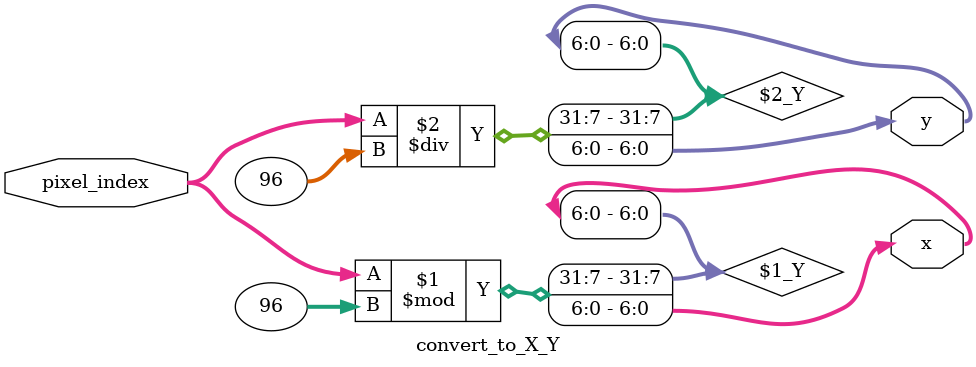
<source format=v>
`timescale 1ns / 1ps


module convert_to_X_Y(
    input [12:0] pixel_index,
    output [6:0] x, y
    );
    assign x = pixel_index % 96; // 96 x 64 resolution of oled display
    assign y = pixel_index / 96;
endmodule

</source>
